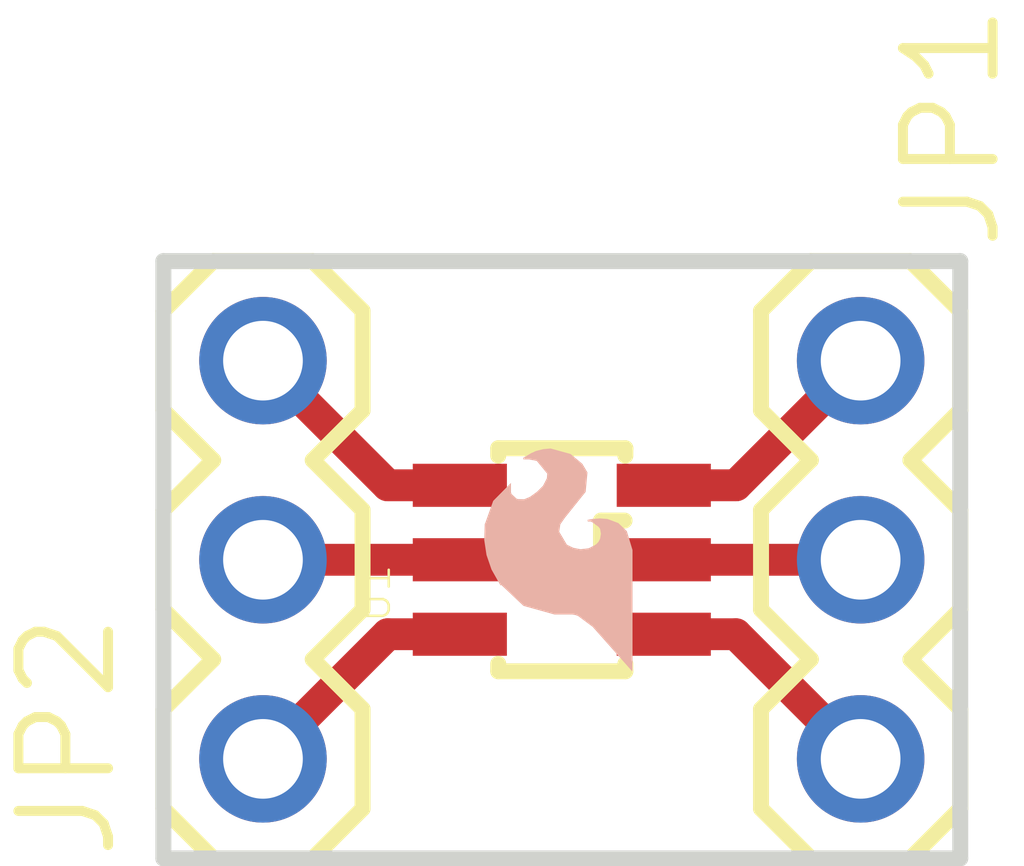
<source format=kicad_pcb>
(kicad_pcb (version 20211014) (generator pcbnew)
  (layers (0 "F.Cu" signal) (31 "B.Cu" signal) (34 "B.Paste" user) (35 "F.Paste" user) (36 "B.SilkS" user "B.Silkscreen") (37 "F.SilkS" user "F.Silkscreen") (38 "B.Mask" user) (39 "F.Mask" user) (44 "Edge.Cuts" user))
  (net 0 "")
  (net 1 "N$1")
  (net 2 "N$2")
  (net 3 "N$3")
  (net 4 "N$4")
  (net 5 "N$5")
  (net 6 "N$6")
  (footprint "boardEagle:1X03" (layer "F.Cu") (at 144.6911 107.5436 90)
    (fp_text reference "JP2" (at -1.3462 -1.8288 90) (layer "F.SilkS") (effects (font (size 1.143 1.143) (thickness 0.127)) (justify left bottom)))
    (fp_text value "")
    (fp_line (start 6.35 0.635) (end 5.715 1.27) (layer "F.SilkS") (width 0.2032))
    (fp_line (start 3.81 -0.635) (end 4.445 -1.27) (layer "F.SilkS") (width 0.2032))
    (fp_line (start 0.635 1.27) (end -0.635 1.27) (layer "F.SilkS") (width 0.2032))
    (fp_line (start 1.27 0.635) (end 0.635 1.27) (layer "F.SilkS") (width 0.2032))
    (fp_line (start -0.635 -1.27) (end 0.635 -1.27) (layer "F.SilkS") (width 0.2032))
    (fp_line (start 3.175 -1.27) (end 3.81 -0.635) (layer "F.SilkS") (width 0.2032))
    (fp_line (start 5.715 -1.27) (end 6.35 -0.635) (layer "F.SilkS") (width 0.2032))
    (fp_line (start 4.445 1.27) (end 3.81 0.635) (layer "F.SilkS") (width 0.2032))
    (fp_line (start 3.81 0.635) (end 3.175 1.27) (layer "F.SilkS") (width 0.2032))
    (fp_line (start 1.905 1.27) (end 1.27 0.635) (layer "F.SilkS") (width 0.2032))
    (fp_line (start 6.35 -0.635) (end 6.35 0.635) (layer "F.SilkS") (width 0.2032))
    (fp_line (start 0.635 -1.27) (end 1.27 -0.635) (layer "F.SilkS") (width 0.2032))
    (fp_line (start 1.27 -0.635) (end 1.905 -1.27) (layer "F.SilkS") (width 0.2032))
    (fp_line (start 1.905 -1.27) (end 3.175 -1.27) (layer "F.SilkS") (width 0.2032))
    (fp_line (start 5.715 1.27) (end 4.445 1.27) (layer "F.SilkS") (width 0.2032))
    (fp_line (start -1.27 -0.635) (end -1.27 0.635) (layer "F.SilkS") (width 0.2032))
    (fp_line (start 4.445 -1.27) (end 5.715 -1.27) (layer "F.SilkS") (width 0.2032))
    (fp_line (start -1.27 0.635) (end -0.635 1.27) (layer "F.SilkS") (width 0.2032))
    (fp_line (start 3.175 1.27) (end 1.905 1.27) (layer "F.SilkS") (width 0.2032))
    (fp_line (start -0.635 -1.27) (end -1.27 -0.635) (layer "F.SilkS") (width 0.2032))
    (pad "1" thru_hole circle (at 0 0 180) (size 1.6256 1.6256) (drill 1.016) (layers *.Cu *.Mask) (net 1 "N$1"))
    (pad "2" thru_hole circle (at 2.54 0 180) (size 1.6256 1.6256) (drill 1.016) (layers *.Cu *.Mask) (net 2 "N$2"))
    (pad "3" thru_hole circle (at 5.08 0 180) (size 1.6256 1.6256) (drill 1.016) (layers *.Cu *.Mask) (net 3 "N$3"))
  )
  (footprint "boardEagle:SOT23-6" (layer "F.Cu") (at 148.5011 105.0036 90)
    (fp_text reference "U1" (at -0.8255 -2.159 90) (layer "F.SilkS") (effects (font (size 0.373888 0.373888) (thickness 0.032512)) (justify left bottom)))
    (fp_text value "SOT23")
    (fp_line (start 1.4224 0.8104) (end 1.3276 0.8104) (layer "F.SilkS") (width 0.2032))
    (fp_line (start 1.3276 -0.8104) (end 1.4224 -0.8104) (layer "F.SilkS") (width 0.2032))
    (fp_line (start -0.5 0.5) (end -0.5 0.79) (layer "F.SilkS") (width 0.2032))
    (fp_line (start 0.5 0.5) (end -0.5 0.5) (layer "F.SilkS") (width 0.2032))
    (fp_line (start 0.5 0.5) (end 0.5 0.8) (layer "F.SilkS") (width 0.2032))
    (fp_line (start -1.3276 0.8104) (end -1.4224 0.8104) (layer "F.SilkS") (width 0.2032))
    (fp_line (start 1.4224 -0.8104) (end 1.4224 0.8104) (layer "F.SilkS") (width 0.2032))
    (fp_line (start -1.4224 -0.8104) (end -1.3276 -0.8104) (layer "F.SilkS") (width 0.2032))
    (fp_line (start -1.4224 0.8104) (end -1.4224 -0.8104) (layer "F.SilkS") (width 0.2032))
    (pad "1" smd rect (at 0.95 1.3001 90) (size 0.55 1.2) (layers "F.Cu" "F.Paste" "F.Mask") (net 6 "N$6"))
    (pad "2" smd rect (at 0 1.3001 90) (size 0.55 1.2) (layers "F.Cu" "F.Paste" "F.Mask") (net 5 "N$5"))
    (pad "3" smd rect (at -0.95 1.3001 90) (size 0.55 1.2) (layers "F.Cu" "F.Paste" "F.Mask") (net 4 "N$4"))
    (pad "4" smd rect (at -0.95 -1.3001 90) (size 0.55 1.2) (layers "F.Cu" "F.Paste" "F.Mask") (net 1 "N$1"))
    (pad "5" smd rect (at 0 -1.3001 270) (size 0.55 1.2) (layers "F.Cu" "F.Paste" "F.Mask") (net 2 "N$2"))
    (pad "6" smd rect (at 0.95 -1.3001 90) (size 0.55 1.2) (layers "F.Cu" "F.Paste" "F.Mask") (net 3 "N$3"))
  )
  (footprint "boardEagle:1X03" (layer "F.Cu") (at 152.3111 102.4636 -90)
    (fp_text reference "JP1" (at -1.3462 -1.8288 -90) (layer "F.SilkS") (effects (font (size 1.143 1.143) (thickness 0.127)) (justify left bottom)))
    (fp_text value "")
    (fp_line (start 6.35 0.635) (end 5.715 1.27) (layer "F.SilkS") (width 0.2032))
    (fp_line (start 6.35 -0.635) (end 6.35 0.635) (layer "F.SilkS") (width 0.2032))
    (fp_line (start 1.905 -1.27) (end 3.175 -1.27) (layer "F.SilkS") (width 0.2032))
    (fp_line (start -0.635 -1.27) (end -1.27 -0.635) (layer "F.SilkS") (width 0.2032))
    (fp_line (start 0.635 1.27) (end -0.635 1.27) (layer "F.SilkS") (width 0.2032))
    (fp_line (start 1.27 0.635) (end 0.635 1.27) (layer "F.SilkS") (width 0.2032))
    (fp_line (start 3.175 -1.27) (end 3.81 -0.635) (layer "F.SilkS") (width 0.2032))
    (fp_line (start 4.445 -1.27) (end 5.715 -1.27) (layer "F.SilkS") (width 0.2032))
    (fp_line (start -1.27 -0.635) (end -1.27 0.635) (layer "F.SilkS") (width 0.2032))
    (fp_line (start 3.175 1.27) (end 1.905 1.27) (layer "F.SilkS") (width 0.2032))
    (fp_line (start 3.81 0.635) (end 3.175 1.27) (layer "F.SilkS") (width 0.2032))
    (fp_line (start 5.715 -1.27) (end 6.35 -0.635) (layer "F.SilkS") (width 0.2032))
    (fp_line (start 0.635 -1.27) (end 1.27 -0.635) (layer "F.SilkS") (width 0.2032))
    (fp_line (start -0.635 -1.27) (end 0.635 -1.27) (layer "F.SilkS") (width 0.2032))
    (fp_line (start -1.27 0.635) (end -0.635 1.27) (layer "F.SilkS") (width 0.2032))
    (fp_line (start 4.445 1.27) (end 3.81 0.635) (layer "F.SilkS") (width 0.2032))
    (fp_line (start 1.905 1.27) (end 1.27 0.635) (layer "F.SilkS") (width 0.2032))
    (fp_line (start 3.81 -0.635) (end 4.445 -1.27) (layer "F.SilkS") (width 0.2032))
    (fp_line (start 1.27 -0.635) (end 1.905 -1.27) (layer "F.SilkS") (width 0.2032))
    (fp_line (start 5.715 1.27) (end 4.445 1.27) (layer "F.SilkS") (width 0.2032))
    (pad "1" thru_hole circle (at 0 0) (size 1.6256 1.6256) (drill 1.016) (layers *.Cu *.Mask) (net 6 "N$6"))
    (pad "2" thru_hole circle (at 2.54 0) (size 1.6256 1.6256) (drill 1.016) (layers *.Cu *.Mask) (net 5 "N$5"))
    (pad "3" thru_hole circle (at 5.08 0) (size 1.6256 1.6256) (drill 1.016) (layers *.Cu *.Mask) (net 4 "N$4"))
  )
  (footprint "boardEagle:SFE-LOGO-FLAME" (layer "B.Cu") (at 149.3901 106.4006 180)
    (fp_text reference "U$1" hide)
    (fp_text value "LOGO-SFESK" hide)
    (fp_poly (pts (xy 1.126002 2.808203) (xy 1.215449 2.785829) (xy 1.228477 2.780783) (xy 1.240149 2.774875) (xy 1.25686 2.766576) (xy 1.275552 2.759834) (xy 1.371694 2.7026) (xy 1.3793 2.7026) (xy 1.3793 2.6772) (xy 1.306833 2.6772) (xy 1.208418 2.657914) (xy 1.074855 2.495286) (xy 1.079365 2.436825) (xy 1.12809 2.341869) (xy 1.204666 2.265196) (xy 1.294069 2.200638) (xy 1.369348 2.168824) (xy 1.450737 2.171632) (xy 1.458864 2.174186) (xy 1.466257 2.177389) (xy 1.530514 2.236956) (xy 1.5368 2.259812) (xy 1.5368 2.377938) (xy 1.763707 2.148127) (xy 1.868186 1.856841) (xy 1.871603 1.856894) (xy 1.87806 1.650435) (xy 1.848857 1.45742) (xy 1.785308 1.272842) (xy 1.6663 1.061578) (xy 1.6663 1.080581) (xy 1.378131 0.80901) (xy 0.982239 0.6985) (xy 0.753005 0.6985) (xy 0.716201 0.692046) (xy 0.681776 0.679592) (xy 0.496322 0.541784) (xy -0.0126 -0.03091) (xy -0.0126 1.52077) (xy 0.060004 1.761967) (xy 0.168295 1.865489) (xy 0.307122 1.917522) (xy 0.4039 1.925089) (xy 0.499384 1.917623) (xy 0.55991 1.908099) (xy 0.557788 1.884433) (xy 0.522216 1.885242) (xy 0.501784 1.876141) (xy 0.420519 1.817154) (xy 0.400722 1.79067) (xy 0.390395 1.7285) (xy 0.400905 1.665229) (xy 0.421405 1.625174) (xy 0.452343 1.592685) (xy 0.546535 1.54355) (xy 0.652229 1.531742) (xy 0.742768 1.550084) (xy 0.82422 1.589656) (xy 0.92203 1.754659) (xy 0.907706 1.848844) (xy 0.850914 1.930401) (xy 0.584707 2.263237) (xy 0.561667 2.510855) (xy 0.627495 2.621556) (xy 0.629042 2.623103) (xy 0.778901 2.74712) (xy 1.032676 2.817064)) (layer "B.SilkS") (width 0) (fill solid))
  )
  (gr_line (start 143.4211 101.1936) (end 143.4211 108.8136) (layer "Edge.Cuts") (width 0.2032))
  (gr_line (start 143.4211 108.8136) (end 153.5811 108.8136) (layer "Edge.Cuts") (width 0.2032))
  (gr_line (start 153.5811 108.8136) (end 153.5811 101.1936) (layer "Edge.Cuts") (width 0.2032))
  (gr_line (start 153.5811 101.1936) (end 143.4211 101.1936) (layer "Edge.Cuts") (width 0.2032))
  (segment (start 146.2811 105.9536) (end 144.6911 107.5436) (width 0.4064) (layer "F.Cu") (net 1))
  (segment (start 147.201 105.9536) (end 146.2811 105.9536) (width 0.4064) (layer "F.Cu") (net 1))
  (segment (start 147.201 105.0036) (end 144.6911 105.0036) (width 0.4064) (layer "F.Cu") (net 2))
  (segment (start 147.201 104.0536) (end 146.2811 104.0536) (width 0.4064) (layer "F.Cu") (net 3))
  (segment (start 146.2811 104.0536) (end 144.6911 102.4636) (width 0.4064) (layer "F.Cu") (net 3))
  (segment (start 150.7211 105.9536) (end 152.3111 107.5436) (width 0.4064) (layer "F.Cu") (net 4))
  (segment (start 149.8012 105.9536) (end 150.7211 105.9536) (width 0.4064) (layer "F.Cu") (net 4))
  (segment (start 149.8012 105.0036) (end 152.3111 105.0036) (width 0.4064) (layer "F.Cu") (net 5))
  (segment (start 150.7211 104.0536) (end 152.3111 102.4636) (width 0.4064) (layer "F.Cu") (net 6))
  (segment (start 149.8012 104.0536) (end 150.7211 104.0536) (width 0.4064) (layer "F.Cu") (net 6))
)
</source>
